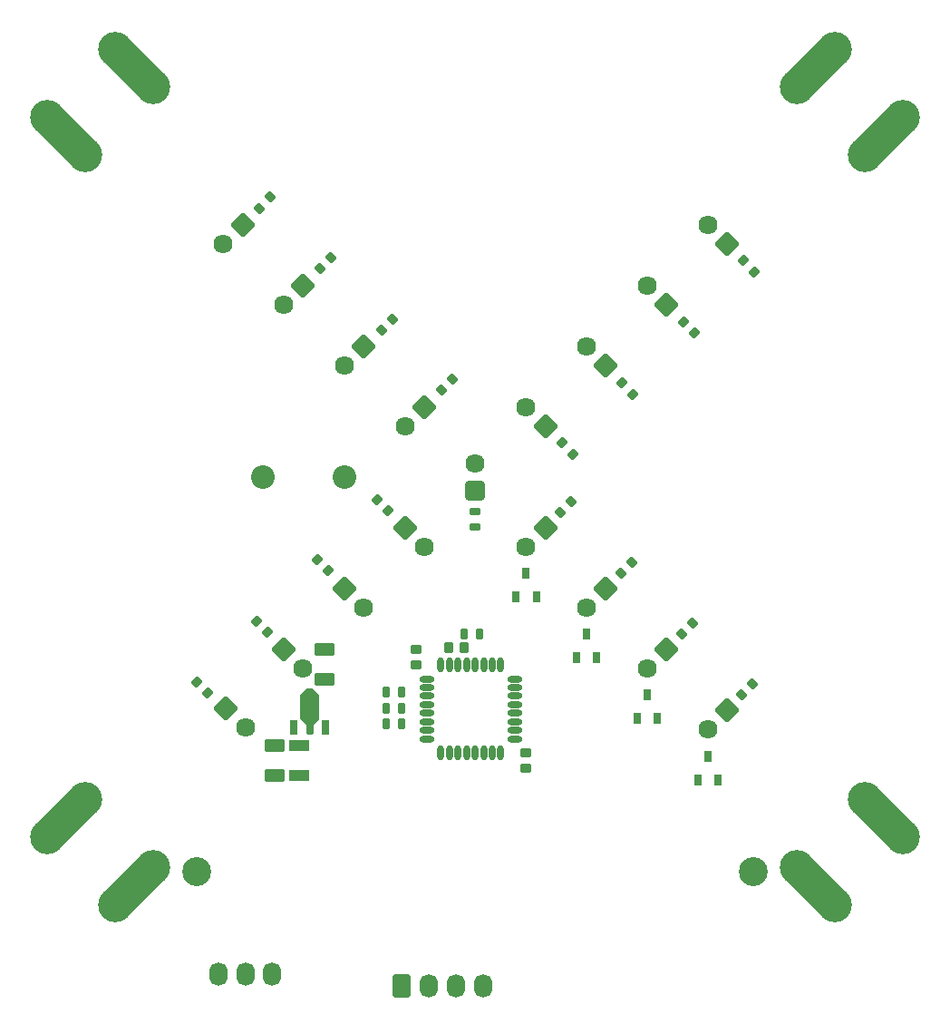
<source format=gbr>
%TF.GenerationSoftware,Altium Limited,Altium Designer,20.1.8 (145)*%
G04 Layer_Color=16711935*
%FSLAX45Y45*%
%MOMM*%
%TF.SameCoordinates,793C4F5F-A07E-474B-A886-B682DA88F124*%
%TF.FilePolarity,Negative*%
%TF.FileFunction,Soldermask,Bot*%
%TF.Part,Single*%
G01*
G75*
%TA.AperFunction,SMDPad,CuDef*%
%ADD43R,0.80320X1.00320*%
G04:AMPARAMS|DCode=44|XSize=1.8532mm|YSize=1.1532mm|CornerRadius=0.10635mm|HoleSize=0mm|Usage=FLASHONLY|Rotation=180.000|XOffset=0mm|YOffset=0mm|HoleType=Round|Shape=RoundedRectangle|*
%AMROUNDEDRECTD44*
21,1,1.85320,0.94050,0,0,180.0*
21,1,1.64050,1.15320,0,0,180.0*
1,1,0.21270,-0.82025,0.47025*
1,1,0.21270,0.82025,0.47025*
1,1,0.21270,0.82025,-0.47025*
1,1,0.21270,-0.82025,-0.47025*
%
%ADD44ROUNDEDRECTD44*%
%ADD45O,1.40240X0.65240*%
%ADD46O,0.65240X1.40240*%
G04:AMPARAMS|DCode=47|XSize=0.9532mm|YSize=0.7532mm|CornerRadius=0.10435mm|HoleSize=0mm|Usage=FLASHONLY|Rotation=135.000|XOffset=0mm|YOffset=0mm|HoleType=Round|Shape=RoundedRectangle|*
%AMROUNDEDRECTD47*
21,1,0.95320,0.54450,0,0,135.0*
21,1,0.74450,0.75320,0,0,135.0*
1,1,0.20870,-0.07071,0.45573*
1,1,0.20870,0.45573,-0.07071*
1,1,0.20870,0.07071,-0.45573*
1,1,0.20870,-0.45573,0.07071*
%
%ADD47ROUNDEDRECTD47*%
G04:AMPARAMS|DCode=48|XSize=0.9532mm|YSize=0.7532mm|CornerRadius=0.10435mm|HoleSize=0mm|Usage=FLASHONLY|Rotation=225.000|XOffset=0mm|YOffset=0mm|HoleType=Round|Shape=RoundedRectangle|*
%AMROUNDEDRECTD48*
21,1,0.95320,0.54450,0,0,225.0*
21,1,0.74450,0.75320,0,0,225.0*
1,1,0.20870,-0.45573,-0.07071*
1,1,0.20870,0.07071,0.45573*
1,1,0.20870,0.45573,0.07071*
1,1,0.20870,-0.07071,-0.45573*
%
%ADD48ROUNDEDRECTD48*%
G04:AMPARAMS|DCode=49|XSize=0.7032mm|YSize=1.4032mm|CornerRadius=0.1041mm|HoleSize=0mm|Usage=FLASHONLY|Rotation=0.000|XOffset=0mm|YOffset=0mm|HoleType=Round|Shape=RoundedRectangle|*
%AMROUNDEDRECTD49*
21,1,0.70320,1.19500,0,0,0.0*
21,1,0.49500,1.40320,0,0,0.0*
1,1,0.20820,0.24750,-0.59750*
1,1,0.20820,-0.24750,-0.59750*
1,1,0.20820,-0.24750,0.59750*
1,1,0.20820,0.24750,0.59750*
%
%ADD49ROUNDEDRECTD49*%
G04:AMPARAMS|DCode=50|XSize=0.7032mm|YSize=1.1032mm|CornerRadius=0.1041mm|HoleSize=0mm|Usage=FLASHONLY|Rotation=0.000|XOffset=0mm|YOffset=0mm|HoleType=Round|Shape=RoundedRectangle|*
%AMROUNDEDRECTD50*
21,1,0.70320,0.89500,0,0,0.0*
21,1,0.49500,1.10320,0,0,0.0*
1,1,0.20820,0.24750,-0.44750*
1,1,0.20820,-0.24750,-0.44750*
1,1,0.20820,-0.24750,0.44750*
1,1,0.20820,0.24750,0.44750*
%
%ADD50ROUNDEDRECTD50*%
G04:AMPARAMS|DCode=51|XSize=0.9532mm|YSize=0.7532mm|CornerRadius=0.10435mm|HoleSize=0mm|Usage=FLASHONLY|Rotation=0.000|XOffset=0mm|YOffset=0mm|HoleType=Round|Shape=RoundedRectangle|*
%AMROUNDEDRECTD51*
21,1,0.95320,0.54450,0,0,0.0*
21,1,0.74450,0.75320,0,0,0.0*
1,1,0.20870,0.37225,-0.27225*
1,1,0.20870,-0.37225,-0.27225*
1,1,0.20870,-0.37225,0.27225*
1,1,0.20870,0.37225,0.27225*
%
%ADD51ROUNDEDRECTD51*%
G04:AMPARAMS|DCode=52|XSize=0.9532mm|YSize=0.7532mm|CornerRadius=0.10435mm|HoleSize=0mm|Usage=FLASHONLY|Rotation=270.000|XOffset=0mm|YOffset=0mm|HoleType=Round|Shape=RoundedRectangle|*
%AMROUNDEDRECTD52*
21,1,0.95320,0.54450,0,0,270.0*
21,1,0.74450,0.75320,0,0,270.0*
1,1,0.20870,-0.27225,-0.37225*
1,1,0.20870,-0.27225,0.37225*
1,1,0.20870,0.27225,0.37225*
1,1,0.20870,0.27225,-0.37225*
%
%ADD52ROUNDEDRECTD52*%
G04:AMPARAMS|DCode=53|XSize=1.0532mm|YSize=0.8032mm|CornerRadius=0.1046mm|HoleSize=0mm|Usage=FLASHONLY|Rotation=0.000|XOffset=0mm|YOffset=0mm|HoleType=Round|Shape=RoundedRectangle|*
%AMROUNDEDRECTD53*
21,1,1.05320,0.59400,0,0,0.0*
21,1,0.84400,0.80320,0,0,0.0*
1,1,0.20920,0.42200,-0.29700*
1,1,0.20920,-0.42200,-0.29700*
1,1,0.20920,-0.42200,0.29700*
1,1,0.20920,0.42200,0.29700*
%
%ADD53ROUNDEDRECTD53*%
G04:AMPARAMS|DCode=54|XSize=1.0532mm|YSize=0.8032mm|CornerRadius=0.1046mm|HoleSize=0mm|Usage=FLASHONLY|Rotation=270.000|XOffset=0mm|YOffset=0mm|HoleType=Round|Shape=RoundedRectangle|*
%AMROUNDEDRECTD54*
21,1,1.05320,0.59400,0,0,270.0*
21,1,0.84400,0.80320,0,0,270.0*
1,1,0.20920,-0.29700,-0.42200*
1,1,0.20920,-0.29700,0.42200*
1,1,0.20920,0.29700,0.42200*
1,1,0.20920,0.29700,-0.42200*
%
%ADD54ROUNDEDRECTD54*%
%ADD55R,1.92320X1.09320*%
%TA.AperFunction,ComponentPad*%
%ADD56C,2.70320*%
G04:AMPARAMS|DCode=57|XSize=1.7032mm|YSize=2.2032mm|CornerRadius=0.8516mm|HoleSize=0mm|Usage=FLASHONLY|Rotation=0.000|XOffset=0mm|YOffset=0mm|HoleType=Round|Shape=RoundedRectangle|*
%AMROUNDEDRECTD57*
21,1,1.70320,0.50000,0,0,0.0*
21,1,0.00000,2.20320,0,0,0.0*
1,1,1.70320,0.00000,-0.25000*
1,1,1.70320,0.00000,-0.25000*
1,1,1.70320,0.00000,0.25000*
1,1,1.70320,0.00000,0.25000*
%
%ADD57ROUNDEDRECTD57*%
G04:AMPARAMS|DCode=58|XSize=1.7032mm|YSize=2.2032mm|CornerRadius=0.2516mm|HoleSize=0mm|Usage=FLASHONLY|Rotation=0.000|XOffset=0mm|YOffset=0mm|HoleType=Round|Shape=RoundedRectangle|*
%AMROUNDEDRECTD58*
21,1,1.70320,1.70000,0,0,0.0*
21,1,1.20000,2.20320,0,0,0.0*
1,1,0.50320,0.60000,-0.85000*
1,1,0.50320,-0.60000,-0.85000*
1,1,0.50320,-0.60000,0.85000*
1,1,0.50320,0.60000,0.85000*
%
%ADD58ROUNDEDRECTD58*%
G04:AMPARAMS|DCode=59|XSize=3.2032mm|YSize=8.2032mm|CornerRadius=1.6016mm|HoleSize=0mm|Usage=FLASHONLY|Rotation=45.000|XOffset=0mm|YOffset=0mm|HoleType=Round|Shape=RoundedRectangle|*
%AMROUNDEDRECTD59*
21,1,3.20320,5.00000,0,0,45.0*
21,1,0.00000,8.20320,0,0,45.0*
1,1,3.20320,1.76777,-1.76777*
1,1,3.20320,1.76777,-1.76777*
1,1,3.20320,-1.76777,1.76777*
1,1,3.20320,-1.76777,1.76777*
%
%ADD59ROUNDEDRECTD59*%
%ADD60C,2.20320*%
G04:AMPARAMS|DCode=61|XSize=3.2032mm|YSize=8.2032mm|CornerRadius=1.6016mm|HoleSize=0mm|Usage=FLASHONLY|Rotation=315.000|XOffset=0mm|YOffset=0mm|HoleType=Round|Shape=RoundedRectangle|*
%AMROUNDEDRECTD61*
21,1,3.20320,5.00000,0,0,315.0*
21,1,0.00000,8.20320,0,0,315.0*
1,1,3.20320,-1.76777,-1.76777*
1,1,3.20320,-1.76777,-1.76777*
1,1,3.20320,1.76777,1.76777*
1,1,3.20320,1.76777,1.76777*
%
%ADD61ROUNDEDRECTD61*%
%ADD62C,1.78320*%
G04:AMPARAMS|DCode=63|XSize=1.7832mm|YSize=1.7832mm|CornerRadius=0.2596mm|HoleSize=0mm|Usage=FLASHONLY|Rotation=135.000|XOffset=0mm|YOffset=0mm|HoleType=Round|Shape=RoundedRectangle|*
%AMROUNDEDRECTD63*
21,1,1.78320,1.26400,0,0,135.0*
21,1,1.26400,1.78320,0,0,135.0*
1,1,0.51920,0.00000,0.89378*
1,1,0.51920,0.89378,0.00000*
1,1,0.51920,0.00000,-0.89378*
1,1,0.51920,-0.89378,0.00000*
%
%ADD63ROUNDEDRECTD63*%
G04:AMPARAMS|DCode=64|XSize=1.7832mm|YSize=1.7832mm|CornerRadius=0.2596mm|HoleSize=0mm|Usage=FLASHONLY|Rotation=0.000|XOffset=0mm|YOffset=0mm|HoleType=Round|Shape=RoundedRectangle|*
%AMROUNDEDRECTD64*
21,1,1.78320,1.26400,0,0,0.0*
21,1,1.26400,1.78320,0,0,0.0*
1,1,0.51920,0.63200,-0.63200*
1,1,0.51920,-0.63200,-0.63200*
1,1,0.51920,-0.63200,0.63200*
1,1,0.51920,0.63200,0.63200*
%
%ADD64ROUNDEDRECTD64*%
G04:AMPARAMS|DCode=65|XSize=1.7832mm|YSize=1.7832mm|CornerRadius=0.2596mm|HoleSize=0mm|Usage=FLASHONLY|Rotation=45.000|XOffset=0mm|YOffset=0mm|HoleType=Round|Shape=RoundedRectangle|*
%AMROUNDEDRECTD65*
21,1,1.78320,1.26400,0,0,45.0*
21,1,1.26400,1.78320,0,0,45.0*
1,1,0.51920,0.89378,0.00000*
1,1,0.51920,0.00000,-0.89378*
1,1,0.51920,-0.89378,0.00000*
1,1,0.51920,0.00000,0.89378*
%
%ADD65ROUNDEDRECTD65*%
G36*
X-1517991Y-1974385D02*
X-1516685Y-1974645D01*
X-1515424Y-1975073D01*
X-1514229Y-1975662D01*
X-1513122Y-1976402D01*
X-1512120Y-1977281D01*
X-1457121Y-2032280D01*
X-1456242Y-2033282D01*
X-1455503Y-2034389D01*
X-1454913Y-2035583D01*
X-1454485Y-2036845D01*
X-1454225Y-2038151D01*
X-1454138Y-2039480D01*
Y-2249480D01*
X-1454225Y-2250809D01*
X-1454485Y-2252115D01*
X-1454913Y-2253376D01*
X-1455503Y-2254571D01*
X-1456242Y-2255678D01*
X-1457121Y-2256680D01*
X-1512749Y-2312309D01*
X-1513751Y-2313187D01*
X-1514858Y-2313927D01*
X-1516052Y-2314516D01*
X-1517314Y-2314944D01*
X-1518620Y-2315204D01*
X-1519949Y-2315291D01*
X-1568691D01*
X-1570020Y-2315204D01*
X-1571327Y-2314944D01*
X-1572588Y-2314516D01*
X-1573782Y-2313927D01*
X-1574890Y-2313187D01*
X-1575891Y-2312309D01*
X-1631520Y-2256680D01*
X-1632398Y-2255678D01*
X-1633138Y-2254571D01*
X-1633727Y-2253377D01*
X-1634155Y-2252115D01*
X-1634415Y-2250809D01*
X-1634502Y-2249480D01*
Y-2039480D01*
X-1634415Y-2038151D01*
X-1634155Y-2036845D01*
X-1633727Y-2035584D01*
X-1633138Y-2034389D01*
X-1632398Y-2033282D01*
X-1631520Y-2032280D01*
X-1576520Y-1977281D01*
X-1575518Y-1976402D01*
X-1574411Y-1975663D01*
X-1573217Y-1975073D01*
X-1571955Y-1974645D01*
X-1570649Y-1974385D01*
X-1569320Y-1974298D01*
X-1519320D01*
X-1517991Y-1974385D01*
D02*
G37*
D43*
X1607254Y-2030479D02*
D03*
X1512254Y-2250479D02*
D03*
X1702254D02*
D03*
X2267939Y-2827800D02*
D03*
X2077939D02*
D03*
X2172939Y-2607800D02*
D03*
X570883Y-1119088D02*
D03*
X380883D02*
D03*
X475883Y-899088D02*
D03*
X1136568Y-1684800D02*
D03*
X946569D02*
D03*
X1041568Y-1464800D02*
D03*
D44*
X-1404620Y-1884680D02*
D03*
Y-1604680D02*
D03*
X-1869440Y-2786680D02*
D03*
Y-2506680D02*
D03*
D45*
X-453140Y-1884080D02*
D03*
Y-1964080D02*
D03*
Y-2044080D02*
D03*
Y-2124080D02*
D03*
Y-2204080D02*
D03*
Y-2284080D02*
D03*
Y-2364080D02*
D03*
Y-2444080D02*
D03*
X371860D02*
D03*
Y-2364080D02*
D03*
Y-2284080D02*
D03*
Y-2204080D02*
D03*
Y-2124080D02*
D03*
Y-2044080D02*
D03*
Y-1964080D02*
D03*
Y-1884080D02*
D03*
D46*
X-320640Y-2576580D02*
D03*
X-240640D02*
D03*
X-160640D02*
D03*
X-80640D02*
D03*
X-640D02*
D03*
X79360D02*
D03*
X159360D02*
D03*
X239360D02*
D03*
Y-1751580D02*
D03*
X159360D02*
D03*
X79360D02*
D03*
X-640D02*
D03*
X-80640D02*
D03*
X-160640D02*
D03*
X-240640D02*
D03*
X-320640D02*
D03*
D47*
X-1914229Y2612051D02*
D03*
X-2016760Y2509520D02*
D03*
X-214969Y915331D02*
D03*
X-317500Y812800D02*
D03*
X-773769Y1474131D02*
D03*
X-876300Y1371600D02*
D03*
X-1345269Y2045631D02*
D03*
X-1447800Y1943100D02*
D03*
X900091Y-230209D02*
D03*
X797560Y-332740D02*
D03*
X1463971Y-796629D02*
D03*
X1361440Y-899160D02*
D03*
X2027851Y-1363049D02*
D03*
X1925320Y-1465580D02*
D03*
X2591731Y-1929469D02*
D03*
X2489200Y-2032000D02*
D03*
D48*
X-2604431Y-1916769D02*
D03*
X-2501900Y-2019300D02*
D03*
X915331Y214969D02*
D03*
X812800Y317500D02*
D03*
X1474131Y773769D02*
D03*
X1371600Y876300D02*
D03*
X2045631Y1345269D02*
D03*
X1943100Y1447800D02*
D03*
X2604431Y1916769D02*
D03*
X2501900Y2019300D02*
D03*
X-915331Y-214969D02*
D03*
X-812800Y-317500D02*
D03*
X-1474131Y-773769D02*
D03*
X-1371600Y-876300D02*
D03*
X-2045631Y-1345269D02*
D03*
X-1943100Y-1447800D02*
D03*
D49*
X-1694320Y-2334480D02*
D03*
X-1394320D02*
D03*
D50*
X-1544320Y-2349480D02*
D03*
D51*
X0Y-465340D02*
D03*
Y-320340D02*
D03*
D52*
X-830690Y-2302510D02*
D03*
X-685690D02*
D03*
X-830690Y-2157110D02*
D03*
X-685690D02*
D03*
X-104140Y-1465580D02*
D03*
X40860D02*
D03*
X-685690Y-2010410D02*
D03*
X-830690D02*
D03*
D53*
X471060Y-2576580D02*
D03*
Y-2721580D02*
D03*
X-551115Y-1750452D02*
D03*
Y-1605452D02*
D03*
D54*
X-104140Y-1595120D02*
D03*
X-249140D02*
D03*
D55*
X-1645920Y-2787680D02*
D03*
Y-2505680D02*
D03*
D56*
X-2603500Y-3683000D02*
D03*
X2596500D02*
D03*
D57*
X71120Y-4752340D02*
D03*
X-182880D02*
D03*
X-436880D02*
D03*
X-2394840Y-4638040D02*
D03*
X-2144840D02*
D03*
X-1894840D02*
D03*
D58*
X-690880Y-4752340D02*
D03*
D59*
X3183570Y-3816431D02*
D03*
X3816431Y-3183570D02*
D03*
X-3816431Y3183570D02*
D03*
X-3183570Y3816431D02*
D03*
D60*
X-1982122Y-3613D02*
D03*
X-1222122D02*
D03*
D61*
X3816431Y3183570D02*
D03*
X3183570Y3816431D02*
D03*
X-3816431Y-3183570D02*
D03*
X-3183570Y-3816431D02*
D03*
D62*
X2172939Y-2352544D02*
D03*
X1607254Y-1786859D02*
D03*
X1041568Y-1221173D02*
D03*
X475883Y-655488D02*
D03*
X0Y127000D02*
D03*
X2172939Y2352544D02*
D03*
X1607254Y1786859D02*
D03*
X475883Y655488D02*
D03*
X1041568Y1221173D02*
D03*
X-655488Y475883D02*
D03*
X-2352544Y2172939D02*
D03*
X-1786859Y1607254D02*
D03*
X-1221173Y1041568D02*
D03*
X-2146300Y-2336800D02*
D03*
X-1607254Y-1786859D02*
D03*
X-475883Y-655488D02*
D03*
X-1041568Y-1221173D02*
D03*
D63*
X2352544Y-2172939D02*
D03*
X1786859Y-1607254D02*
D03*
X1221173Y-1041568D02*
D03*
X655488Y-475883D02*
D03*
X-475883Y655488D02*
D03*
X-2172939Y2352544D02*
D03*
X-1607254Y1786859D02*
D03*
X-1041568Y1221173D02*
D03*
D64*
X0Y-127000D02*
D03*
D65*
X2352544Y2172939D02*
D03*
X1786859Y1607254D02*
D03*
X655488Y475883D02*
D03*
X1221173Y1041568D02*
D03*
X-2325905Y-2157195D02*
D03*
X-1786859Y-1607254D02*
D03*
X-655488Y-475883D02*
D03*
X-1221173Y-1041568D02*
D03*
%TF.MD5,afa5bc0a48e3afb20d70c2d12e9cd310*%
M02*

</source>
